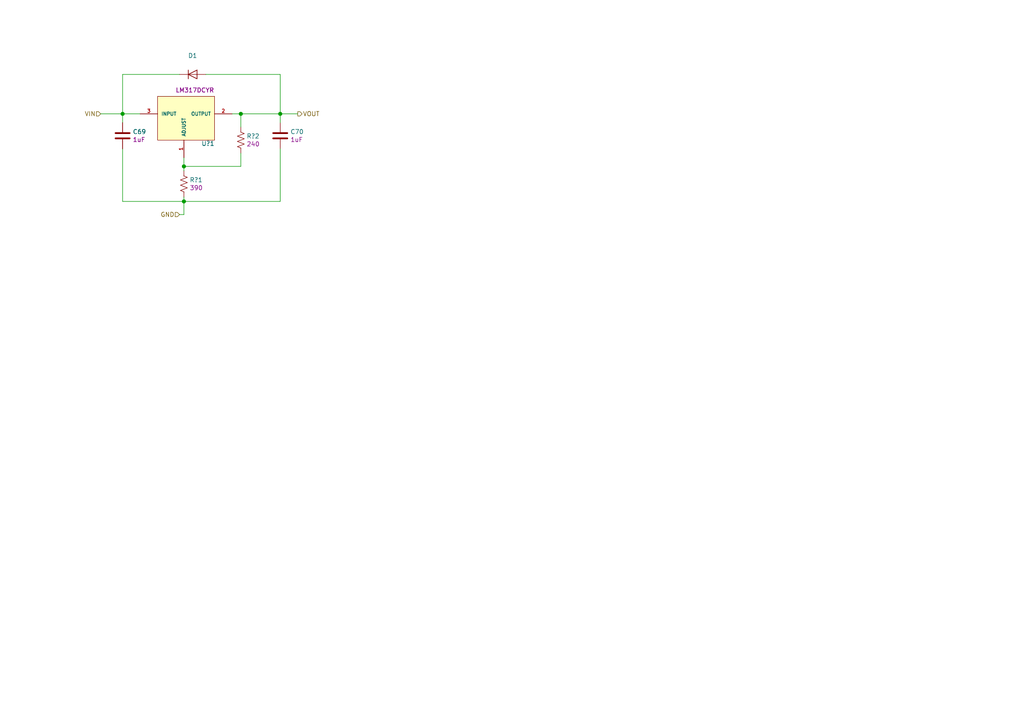
<source format=kicad_sch>
(kicad_sch (version 20210606) (generator eeschema)
  (paper "A4")
  (lib_symbols
    (symbol "diodes:BAS16GWJ" (pin_numbers hide) (pin_names (offset 1.016) hide)
      (property "Reference" "D" (at 0 2.54 0))
      (property "id" "100V .2A" (at 0 0 0))
      (symbol "BAS16GWJ_0_1"
        (polyline (pts (xy -1.27 1.27) (xy -1.27 -1.27)) (stroke (width 0.2032)))
        (polyline (pts (xy 1.27 0) (xy -1.27 0)))
        (polyline (pts (xy 1.27 1.27) (xy 1.27 -1.27) (xy -1.27 0) (xy 1.27 1.27)) (stroke (width 0.2032)))
      )
      (symbol "BAS16GWJ_1_1"
        (pin passive line (at 3.81 0 180) (length 2.54) (name "A") (number "A"))
        (pin passive line (at -3.81 0 0) (length 2.54) (name "K") (number "C"))
      )
    )
    (symbol "mte_usb_hub:CC0402KRX5R7BB105" (pin_numbers hide) (pin_names (offset 0.254))
      (property "Reference" "C" (at 0.635 2.54 0))
      (property "id" "1uF" (at -3.81 2.54 0))
      (symbol "CC0402KRX5R7BB105_0_1"
        (polyline (pts (xy -2.032 -0.762) (xy 2.032 -0.762)) (stroke (width 0.508)))
        (polyline (pts (xy -2.032 0.762) (xy 2.032 0.762)) (stroke (width 0.508)))
      )
      (symbol "CC0402KRX5R7BB105_1_1"
        (pin passive line (at 0 3.81 270) (length 2.794) (name "~") (number "1"))
        (pin passive line (at 0 -3.81 90) (length 2.794) (name "~") (number "2"))
      )
    )
    (symbol "mte_usb_hub:LM317DCYR" (pin_names (offset 1.016))
      (property "Reference" "U?" (at -5.715 6.6232 0))
      (property "id" "LM317DCYR" (at 5.715 -8.3755 0))
      (symbol "LM317DCYR_0_1"
        (rectangle (start -7.62 5.08) (end 8.89 -7.62) (fill (type background)))
      )
      (symbol "LM317DCYR_1_1"
        (pin input line (at 0 -12.7 90) (length 5.08) (name "ADJUST") (number "1"))
        (pin power_out line (at 13.97 0 180) (length 5.08) (name "OUTPUT") (number "2"))
        (pin power_in line (at -12.7 0 0) (length 5.08) (name "INPUT") (number "3"))
        (pin passive line (at 13.97 0 180) (length 5.08) hide (name "OUTPUT") (number "4"))
      )
    )
    (symbol "mte_usb_hub:RC0402FR-07390RL" (pin_numbers hide) (pin_names (offset 0))
      (property "Reference" "R?" (at 1.6511 1.1494 0))
      (property "id" "390" (at 1.6511 -1.1493 0))
      (symbol "RC0402FR-07390RL_0_1"
        (polyline (pts (xy 0 -2.286) (xy 0 -2.54)))
        (polyline (pts (xy 0 2.286) (xy 0 2.54)))
        (polyline (pts (xy 0 -0.762) (xy 1.016 -1.143) (xy 0 -1.524) (xy -1.016 -1.905) (xy 0 -2.286)))
        (polyline (pts (xy 0 0.762) (xy 1.016 0.381) (xy 0 0) (xy -1.016 -0.381) (xy 0 -0.762)))
        (polyline (pts (xy 0 2.286) (xy 1.016 1.905) (xy 0 1.524) (xy -1.016 1.143) (xy 0 0.762)))
      )
      (symbol "RC0402FR-07390RL_1_1"
        (pin passive line (at 0 3.81 270) (length 1.27) (name "~") (number "1"))
        (pin passive line (at 0 -3.81 90) (length 1.27) (name "~") (number "2"))
      )
    )
    (symbol "mte_usb_hub:RC0402JR-07240RL" (pin_numbers hide) (pin_names (offset 0))
      (property "Reference" "R?" (at 1.6511 1.1494 0))
      (property "id" "240" (at 1.6511 -1.1493 0))
      (symbol "RC0402JR-07240RL_0_1"
        (polyline (pts (xy 0 -2.286) (xy 0 -2.54)))
        (polyline (pts (xy 0 2.286) (xy 0 2.54)))
        (polyline (pts (xy 0 -0.762) (xy 1.016 -1.143) (xy 0 -1.524) (xy -1.016 -1.905) (xy 0 -2.286)))
        (polyline (pts (xy 0 0.762) (xy 1.016 0.381) (xy 0 0) (xy -1.016 -0.381) (xy 0 -0.762)))
        (polyline (pts (xy 0 2.286) (xy 1.016 1.905) (xy 0 1.524) (xy -1.016 1.143) (xy 0 0.762)))
      )
      (symbol "RC0402JR-07240RL_1_1"
        (pin passive line (at 0 3.81 270) (length 1.27) (name "~") (number "1"))
        (pin passive line (at 0 -3.81 90) (length 1.27) (name "~") (number "2"))
      )
    )
  )
  (junction (at 35.56 33.02) (diameter 1.016))
  (junction (at 53.34 48.26) (diameter 1.016))
  (junction (at 53.34 58.42) (diameter 1.016))
  (junction (at 69.85 33.02) (diameter 1.016))
  (junction (at 81.28 33.02) (diameter 1.016))
  (wire (pts (xy 29.21 33.02) (xy 35.56 33.02)))
  (wire (pts (xy 35.56 21.59) (xy 35.56 33.02)))
  (wire (pts (xy 35.56 33.02) (xy 40.64 33.02)))
  (wire (pts (xy 35.56 35.56) (xy 35.56 33.02)))
  (wire (pts (xy 35.56 43.18) (xy 35.56 58.42)))
  (wire (pts (xy 35.56 58.42) (xy 53.34 58.42)))
  (wire (pts (xy 52.07 21.59) (xy 35.56 21.59)))
  (wire (pts (xy 52.07 62.23) (xy 53.34 62.23)))
  (wire (pts (xy 53.34 45.72) (xy 53.34 48.26)))
  (wire (pts (xy 53.34 48.26) (xy 53.34 49.53)))
  (wire (pts (xy 53.34 48.26) (xy 69.85 48.26)))
  (wire (pts (xy 53.34 57.15) (xy 53.34 58.42)))
  (wire (pts (xy 53.34 58.42) (xy 81.28 58.42)))
  (wire (pts (xy 53.34 62.23) (xy 53.34 58.42)))
  (wire (pts (xy 59.69 21.59) (xy 81.28 21.59)))
  (wire (pts (xy 69.85 33.02) (xy 67.31 33.02)))
  (wire (pts (xy 69.85 33.02) (xy 69.85 36.83)))
  (wire (pts (xy 69.85 33.02) (xy 81.28 33.02)))
  (wire (pts (xy 69.85 44.45) (xy 69.85 48.26)))
  (wire (pts (xy 81.28 21.59) (xy 81.28 33.02)))
  (wire (pts (xy 81.28 33.02) (xy 86.36 33.02)))
  (wire (pts (xy 81.28 35.56) (xy 81.28 33.02)))
  (wire (pts (xy 81.28 43.18) (xy 81.28 58.42)))
  (hierarchical_label "VIN" (shape input) (at 29.21 33.02 180))
  (hierarchical_label "GND" (shape input) (at 52.07 62.23 180))
  (hierarchical_label "VOUT" (shape output) (at 86.36 33.02 0))
  (symbol (lib_id "mte_usb_hub:RC0402FR-07390RL") (at 53.34 53.34 0) (unit 1)
    (property "Reference" "R?1" (at 54.9911 52.1906 0) (effects (justify left)))
    (property "Value" "RC0402FR-07390RL" (effects hide))
    (property "Footprint" "mte_usb_footprints:RESISTOR_0402N" (effects hide))
    (property "id" "390" (at 54.9911 54.4893 0) (effects (justify left)))
    (property "manf" "Yageo" (effects hide))
  )
  (symbol (lib_id "mte_usb_hub:RC0402JR-07240RL") (at 69.85 40.64 0) (unit 1)
    (property "Reference" "R?2" (at 71.5011 39.4906 0) (effects (justify left)))
    (property "Value" "RC0402JR-07240RL" (effects hide))
    (property "Footprint" "mte_usb_footprints:RESISTOR_0402N" (effects hide))
    (property "id" "240" (at 71.5011 41.7893 0) (effects (justify left)))
    (property "manf" "Yageo" (effects hide))
  )
  (symbol (lib_id "diodes:BAS16GWJ") (at 55.88 21.59 0) (unit 1)
    (property "Reference" "D1" (at 55.88 16.1352 0))
    (property "Value" "BAS16GWJ" (effects hide))
    (property "Footprint" "mte_usb_footprints:SODFL360X160X130L45X62N" (effects hide))
    (property "Datasheet" "${MTE_LIB_DIR}/datasheets/BAS16GW.pdf" (effects hide))
    (property "id" "100V .2A" (effects hide))
    (property "mand" "Nexperia" (effects hide))
  )
  (symbol (lib_id "mte_usb_hub:CC0402KRX5R7BB105") (at 35.56 39.37 0) (unit 1)
    (property "Reference" "C69" (at 38.4811 38.2206 0) (effects (justify left)))
    (property "Value" "CC0402KRX5R7BB105" (effects hide))
    (property "Footprint" "mte_usb_footprints:CAPACITOR_0402N" (effects hide))
    (property "Datasheet" "${MTE_LIB_DIR}/datasheets/UPY-GP_NP0_16V-to-50V_18.pdf" (effects hide))
    (property "id" "1uF" (at 38.4811 40.5193 0) (effects (justify left)))
  )
  (symbol (lib_id "mte_usb_hub:CC0402KRX5R7BB105") (at 81.28 39.37 0) (unit 1)
    (property "Reference" "C70" (at 84.2011 38.2206 0) (effects (justify left)))
    (property "Value" "CC0402KRX5R7BB105" (effects hide))
    (property "Footprint" "mte_usb_footprints:CAPACITOR_0402N" (effects hide))
    (property "Datasheet" "${MTE_LIB_DIR}/datasheets/UPY-GP_NP0_16V-to-50V_18.pdf" (effects hide))
    (property "id" "1uF" (at 84.2011 40.5193 0) (effects (justify left)))
  )
  (symbol (lib_id "mte_usb_hub:LM317DCYR") (at 53.34 33.02 0) (unit 1)
    (property "Reference" "U?1" (at 60.325 41.6368 0))
    (property "Value" "LM317DCYR" (effects hide))
    (property "Footprint" "mte_usb_footprints:SOT223-4P230_700X180L80X75N" (effects hide))
    (property "Datasheet" "${MTE_LIB_DIR}/datasheets/slvs044x.pdf" (effects hide))
    (property "id" "LM317DCYR" (at 56.515 26.1555 0))
    (property "manf" "Texas Instruments" (effects hide))
  )
)
</source>
